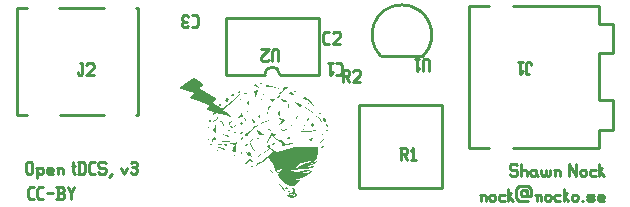
<source format=gbr>
G04 start of page 14 for group -4079 idx -4079 *
G04 Title: tdcs v3, topsilk *
G04 Creator: pcb 1.99z *
G04 CreationDate: Wed Aug  8 03:22:40 2012 UTC *
G04 For: nock *
G04 Format: Gerber/RS-274X *
G04 PCB-Dimensions (mil): 2000.00 750.00 *
G04 PCB-Coordinate-Origin: lower left *
%MOIN*%
%FSLAX25Y25*%
%LNTOPSILK*%
%ADD144C,0.0100*%
%ADD143C,0.0125*%
%ADD142C,0.0026*%
%ADD141C,0.0077*%
%ADD140C,0.0052*%
%ADD139C,0.0052*%
%ADD138C,0.0026*%
%ADD137C,0.0025*%
%ADD136C,0.0060*%
%ADD135C,0.0080*%
%ADD134C,0.0029*%
%ADD133C,0.0027*%
%ADD132C,0.0040*%
%ADD131C,0.0093*%
%ADD130C,0.0052*%
%ADD129C,0.0068*%
%ADD128C,0.0022*%
%ADD127C,0.0027*%
%ADD126C,0.0088*%
%ADD125C,0.0016*%
%ADD124C,0.0052*%
%ADD123C,0.0027*%
%ADD122C,0.0044*%
%ADD121C,0.0039*%
%ADD120C,0.0025*%
%ADD119C,0.0029*%
%ADD118C,0.0037*%
%ADD117C,0.0081*%
%ADD116C,0.0101*%
%ADD115C,0.0064*%
%ADD114C,0.0039*%
%ADD113C,0.0114*%
%ADD112C,0.0014*%
%ADD111C,0.0093*%
%ADD110C,0.0017*%
%ADD109C,0.0048*%
%ADD108C,0.0027*%
%ADD107C,0.0079*%
%ADD106C,0.0082*%
%ADD105C,0.0029*%
%ADD104C,0.0001*%
G54D104*G36*
X81611Y41808D02*X82609Y41792D01*
X82045Y41683D01*
X81611Y41797D01*
Y41808D01*
G37*
G36*
X81031Y40452D02*X79918Y40962D01*
X79370Y41081D01*
X80293Y41472D01*
X81134Y40864D01*
X81372Y40001D01*
X81031Y40452D01*
G37*
G36*
X77168Y39974D02*X77553Y40224D01*
X77792Y40126D01*
X77168Y39974D01*
G37*
G36*
X74412Y38878D02*X75041Y39117D01*
X74916Y38878D01*
X74287Y38634D01*
X74412Y38878D01*
G37*
G36*
X76354Y38558D02*X77358Y38547D01*
X76788Y38439D01*
X76354Y38553D01*
Y38558D01*
G37*
G36*
X71786Y37381D02*X72659Y38005D01*
X73413Y38287D01*
X72524Y37652D01*
X71786Y37381D01*
G37*
G36*
X75182Y36524D02*X75334Y36676D01*
X75318Y36198D01*
X75182Y36524D01*
G37*
G36*
X74933Y35276D02*X75084Y35428D01*
X75063Y34945D01*
X74933Y35276D01*
G37*
G36*
X77439Y34641D02*X77808Y35770D01*
X78020Y35900D01*
X77651Y34777D01*
X77439Y34641D01*
G37*
G36*
X82675Y38005D02*X82919Y38629D01*
X83163Y38759D01*
X82919Y38130D01*
X82675Y38005D01*
G37*
G36*
X80195Y37674D02*X80054Y38461D01*
X79479Y38705D01*
X78790Y38808D01*
X79522Y38846D01*
X80749Y39318D01*
X81128Y39616D01*
X80906Y39133D01*
X80401Y37631D01*
X80228Y36757D01*
X80195Y37679D01*
Y37674D01*
G37*
G36*
X82186Y36524D02*X82338Y36676D01*
X82322Y36198D01*
X82186Y36524D01*
G37*
G36*
X70413Y36253D02*X71384Y37131D01*
X70663Y36253D01*
X69686Y35379D01*
X70413Y36253D01*
G37*
G36*
X67907Y34196D02*X68721Y34880D01*
X69182Y35037D01*
X68417Y34397D01*
X67907Y34196D01*
G37*
G36*
X66024Y31115D02*X66301Y32108D01*
X65031Y32634D01*
X63773Y33144D01*
X64429Y33827D01*
X64928Y34147D01*
X64836Y34413D01*
X63783Y34842D01*
X61402Y35661D01*
X59264Y36399D01*
X58163Y36779D01*
X58884Y37625D01*
X59969Y38341D01*
X57311Y39198D01*
X54658Y40061D01*
X57132Y41851D01*
X58939Y43116D01*
X59828Y43642D01*
X60409Y43268D01*
X61494Y42361D01*
X62932Y41076D01*
X62123Y40587D01*
X61315Y40094D01*
X67402Y36535D01*
X65916Y35591D01*
X67223Y34576D01*
X68238Y33789D01*
X68834Y33323D01*
X69523Y33551D01*
X70831Y34435D01*
X72399Y35715D01*
X73869Y37115D01*
X74949Y38265D01*
X74119Y37197D01*
X72958Y36003D01*
X71346Y34614D01*
X69979Y33496D01*
X69420Y32932D01*
X69860Y32487D01*
X70918Y31652D01*
X71943Y30849D01*
X72328Y30469D01*
X71699Y30594D01*
X70288Y31001D01*
X68834Y31391D01*
X68113Y31478D01*
X67907Y31587D01*
X67299Y31939D01*
X66388Y31337D01*
X65856Y30474D01*
X66024Y31115D01*
G37*
G36*
X81996Y34137D02*X82099Y34950D01*
Y33323D01*
X81996Y34137D01*
G37*
G36*
X81687Y32032D02*X81839Y32178D01*
X81817Y31701D01*
X81687Y32032D01*
G37*
G36*
X77585Y32509D02*X78654Y33844D01*
X79251Y34636D01*
X79566Y35195D01*
X79810Y35818D01*
X80157Y36247D01*
X79408Y34598D01*
X77542Y32259D01*
X76365Y31006D01*
X77585Y32509D01*
G37*
G36*
X79598Y31163D02*X80049Y31337D01*
X79739Y31022D01*
X79598Y31163D01*
G37*
G36*
X81188Y30382D02*X81416Y31131D01*
X81638Y31250D01*
X81416Y30507D01*
X81188Y30382D01*
G37*
G36*
X74227Y30008D02*X74846Y30751D01*
X75285Y31196D01*
Y32504D01*
X75274Y33610D01*
X75540Y32070D01*
X76072Y30881D01*
X76316Y30675D01*
X75426Y30578D01*
X74417Y30100D01*
X74227Y30008D01*
G37*
G36*
X80960Y29379D02*X81085Y29693D01*
Y29069D01*
X80960Y29379D01*
G37*
G36*
X79457Y28765D02*X79186Y30079D01*
X79539Y29509D01*
X79799Y28256D01*
X79457Y28765D01*
G37*
G36*
X76522Y24355D02*X76837Y24697D01*
X77439Y25006D01*
X78394Y25868D01*
X79278Y26861D01*
X79669Y27550D01*
X80043Y27626D01*
X81079Y27968D01*
X82767Y28912D01*
X84655Y29362D01*
X84454Y29210D01*
X83423Y28879D01*
X81193Y27708D01*
X80282Y27067D01*
X79723Y26774D01*
X78931Y25977D01*
X78209Y25038D01*
X77889Y24317D01*
X77743Y24187D01*
X76924Y24257D01*
X76522Y24355D01*
G37*
G36*
X71683Y33030D02*X71835Y33182D01*
X71813Y32699D01*
X71683Y33030D01*
G37*
G36*
X72220Y26807D02*X71563Y27946D01*
X70999Y29053D01*
X71162Y28917D01*
X71748Y28679D01*
X72909Y29563D01*
X73473Y30203D01*
X73169Y29693D01*
X72090Y28505D01*
X71553Y28125D01*
X72122Y27567D01*
X72692Y27002D01*
X73348Y27751D01*
X73837Y28044D01*
X73663Y27485D01*
X72909Y27002D01*
X72220Y26807D01*
G37*
G36*
X69502Y27756D02*X68976Y28738D01*
X68156Y28776D01*
X67657Y28879D01*
X68758Y29124D01*
X69410Y28738D01*
X69806Y27588D01*
X70082Y26715D01*
X69502Y27756D01*
G37*
G36*
X64923Y28755D02*X65281Y29628D01*
X65639Y30008D01*
X65281Y29129D01*
X64923Y28755D01*
G37*
G36*
X65259Y21436D02*X64782Y22000D01*
X65346Y21523D01*
X65823Y20872D01*
X65259Y21436D01*
G37*
G36*
X66594Y29417D02*X67342Y30301D01*
X67657Y30871D01*
X67809Y31066D01*
X67695Y30279D01*
X66588Y29129D01*
X65530Y28304D01*
X66594Y29417D01*
G37*
G36*
X66968Y24789D02*X66659Y25396D01*
X66219Y25885D01*
X66192Y26129D01*
X66762Y27241D01*
X67169Y28256D01*
X67158Y27751D01*
X67169Y25109D01*
X67353Y24642D01*
X66968Y24789D01*
G37*
G36*
X66008Y21816D02*X65628Y22602D01*
X66046Y23514D01*
X66577Y24029D01*
X67017Y23264D01*
X67332Y22662D01*
X66946Y22966D01*
X66171Y23259D01*
X66209Y21924D01*
X66008Y21816D01*
G37*
G36*
X64424Y27274D02*X64576Y27425D01*
X64559Y26943D01*
X64424Y27274D01*
G37*
G36*
X64234Y25000D02*X64337Y25684D01*
Y24181D01*
X64234Y25000D01*
G37*
G36*
X64424Y23020D02*X64576Y23172D01*
X64559Y22689D01*
X64424Y23020D01*
G37*
G36*
X70283Y24148D02*X68910Y24903D01*
X68286Y25423D01*
X69187Y24897D01*
X70337Y24409D01*
X70733Y24935D01*
X70874Y24832D01*
X71346Y24045D01*
X71411Y23926D01*
X70283Y24148D01*
G37*
G36*
X69106Y22309D02*X71607D01*
X71704Y22244D01*
X70283Y22217D01*
X68905Y22250D01*
X69106Y22309D01*
G37*
G36*
X69024Y19857D02*X68227Y20172D01*
X67516Y20259D01*
X68031Y20378D01*
X69659Y20063D01*
X70538Y19624D01*
X69708D01*
X69024Y19857D01*
G37*
G36*
X70864Y19542D02*X71341Y19521D01*
X71015Y19390D01*
X70864Y19542D01*
G37*
G36*
X67294Y19103D02*X67418Y19499D01*
X67842Y19521D01*
X67684Y19369D01*
X67532Y19119D01*
X67565Y18870D01*
X67294Y19103D01*
G37*
G36*
X72947Y18664D02*X72350Y19195D01*
X72475Y19336D01*
X73164Y19727D01*
X72475Y20193D01*
X72572Y20334D01*
X73663Y21268D01*
X72008Y21371D01*
X70652Y21311D01*
X70690Y20937D01*
X70511D01*
X69366Y21365D01*
X68661Y21072D01*
X68357D01*
X67294Y21425D01*
X67858Y21501D01*
X70283Y21609D01*
X73202Y21789D01*
X73978Y22060D01*
X74162Y22374D01*
X74195Y21734D01*
X73695Y20644D01*
X73842Y19266D01*
X73918Y19060D01*
X73088Y18810D01*
X72947Y18664D01*
G37*
G36*
X71471Y18544D02*X72350D01*
X71911Y18430D01*
X71471Y18544D01*
G37*
G36*
X69350Y18284D02*X69974D01*
X69659Y18159D01*
X69350Y18284D01*
G37*
G36*
X73180Y17763D02*X73332Y17915D01*
X73316Y17437D01*
X73180Y17763D01*
G37*
G36*
X76745Y29319D02*X76462Y29981D01*
X76598Y30051D01*
X76972Y29406D01*
X77010Y28879D01*
X76745Y29319D01*
G37*
G36*
X73934Y29026D02*X74086Y29178D01*
X74065Y28700D01*
X73934Y29026D01*
G37*
G36*
X75372Y28375D02*X75470Y29379D01*
X75665Y28375D01*
X75567Y27377D01*
X75372Y28375D01*
G37*
G36*
X75703Y26628D02*X75828Y26937D01*
Y26313D01*
X75703Y26628D01*
G37*
G36*
X71287Y26129D02*X71862Y26628D01*
X71536Y26129D01*
X70956Y25624D01*
X71287Y26129D01*
G37*
G36*
X72849Y25304D02*X73978D01*
X73413Y25196D01*
X72849Y25304D01*
G37*
G36*
X81096Y25000D02*X80781Y25999D01*
X81248Y25711D01*
X82859Y24680D01*
X83798Y24442D01*
X82501Y24469D01*
X81427Y24588D01*
X81096Y25000D01*
G37*
G36*
X80721Y23476D02*X81128Y23742D01*
X81036Y23384D01*
X80645Y23123D01*
X80721Y23476D01*
G37*
G36*
X81231Y16786D02*X80955Y17329D01*
X81731Y18002D01*
X82306Y18257D01*
X82072Y18018D01*
X81318Y17519D01*
X81530Y17009D01*
X81796Y16662D01*
X81231Y16786D01*
G37*
G36*
X75025Y24816D02*X74971Y25044D01*
X75784Y25440D01*
X76164Y25537D01*
X75839Y24762D01*
X75025Y24816D01*
G37*
G36*
X75193Y22998D02*X75708Y23861D01*
X75985Y23959D01*
X75470Y23096D01*
X75193Y22998D01*
G37*
G36*
X76663Y21099D02*X77542Y21615D01*
X77444Y21393D01*
X76538Y20844D01*
X76663Y21099D01*
G37*
G36*
X79034Y20134D02*X78231Y21338D01*
X78312Y22336D01*
X79295Y23107D01*
X79246Y22825D01*
X78546Y22168D01*
X78953Y20752D01*
X79729Y19624D01*
X79918Y19369D01*
X79636Y19184D01*
X79034Y20134D01*
G37*
G36*
X75470Y18620D02*X75589Y19060D01*
Y18181D01*
X75470Y18620D01*
G37*
G36*
X78020Y17969D02*X77168Y18908D01*
X78275Y18056D01*
X79099Y17150D01*
X78020Y17969D01*
G37*
G36*
X79636Y16808D02*X79729Y16900D01*
X80168Y16461D01*
X79636Y16808D01*
G37*
G36*
X74021Y16434D02*X73289Y17242D01*
X74102Y16510D01*
X74824Y15810D01*
X74835Y15620D01*
X74021Y16434D01*
G37*
G36*
X77021Y14557D02*X76663Y14974D01*
X77271Y15359D01*
X78177Y16493D01*
X78459Y16694D01*
X79452Y15631D01*
X80027Y15121D01*
X79278Y15484D01*
X78508Y15826D01*
X77672Y15338D01*
X77200Y14844D01*
X77531Y14470D01*
X77775Y14128D01*
X77021Y14557D01*
G37*
G36*
X78481Y14041D02*X79354D01*
X78915Y13927D01*
X78481Y14041D01*
G37*
G36*
X88376Y40549D02*X88854Y40528D01*
X88528Y40397D01*
X88376Y40549D01*
G37*
G36*
X87324Y40039D02*X85273Y40609D01*
X83841Y40522D01*
X83619Y40951D01*
X83570Y41477D01*
X83890Y41298D01*
X85577Y40804D01*
X87704Y40143D01*
X88279Y39654D01*
X87324Y40039D01*
G37*
G36*
X93390Y39139D02*X92804Y39654D01*
X93487Y39236D01*
X94176Y38721D01*
X93390Y39139D01*
G37*
G36*
X91051Y38395D02*X91800Y38461D01*
X93406Y38227D01*
X92587Y38173D01*
X91051Y38395D01*
G37*
G36*
X89190Y35954D02*X88577Y36697D01*
X89190Y36361D01*
X91176Y35862D01*
X92549Y35704D01*
X91257Y35667D01*
X89885Y35417D01*
X89190Y35954D01*
G37*
G36*
X85751Y35379D02*X85452Y36225D01*
X85176Y36589D01*
X85572Y36377D01*
X86613Y36529D01*
X87774Y37457D01*
X88387Y38124D01*
X87736Y38450D01*
X87959Y38596D01*
X89299Y39291D01*
X89429Y40132D01*
X90172Y40316D01*
X91214D01*
X90503Y39958D01*
X89684Y39334D01*
X88865Y38401D01*
X88284Y37495D01*
X88203Y36947D01*
X87834Y36811D01*
X87096Y36703D01*
X86038Y35504D01*
X85751Y35379D01*
G37*
G36*
X91171Y33768D02*X91165Y34972D01*
X91306Y34864D01*
X91420Y33768D01*
X91583Y32959D01*
X91171Y33768D01*
G37*
G36*
X91724Y32010D02*X91849Y32314D01*
X91838Y31565D01*
X91724Y32010D01*
G37*
G36*
X84085Y31299D02*X84324Y33013D01*
X84579Y34006D01*
X84931Y34386D01*
X85257Y34240D01*
X84774Y33355D01*
X84237Y31728D01*
X84085Y31299D01*
G37*
G36*
X87823Y31500D02*X87780Y31983D01*
X88241Y32677D01*
X88382Y32194D01*
X88328Y30881D01*
X87823Y31500D01*
G37*
G36*
X85490Y29552D02*X86239Y29541D01*
X85794Y29427D01*
X85490Y29552D01*
G37*
G36*
X88181Y27783D02*X88675Y28700D01*
X89174Y29482D01*
X87861Y29644D01*
X86548Y29661D01*
X87422Y29964D01*
X88376Y30084D01*
X89359Y29731D01*
X90254Y29563D01*
X89592Y29216D01*
X88561Y28190D01*
X88181Y27783D01*
G37*
G36*
X94881Y38547D02*X95359Y38526D01*
X95033Y38395D01*
X94881Y38547D01*
G37*
G36*
X97632Y35048D02*X98115Y35032D01*
X97784Y34902D01*
X97632Y35048D01*
G37*
G36*
X99281Y34451D02*X98847Y35015D01*
X98207Y35932D01*
X96520Y36616D01*
X95994Y36849D01*
X96683Y37191D01*
X96873Y37251D01*
X97708Y36578D01*
X98316Y36046D01*
X99097Y35222D01*
X99732Y34462D01*
X99889Y34137D01*
X99281Y34451D01*
G37*
G36*
X98555Y32514D02*X97491Y33133D01*
X96677Y33632D01*
X96314Y34137D01*
X96856Y33871D01*
X97827Y33252D01*
X98788Y32585D01*
X99292Y32156D01*
X99330Y31934D01*
X98555Y32514D01*
G37*
G36*
X97431Y29568D02*X97865Y30171D01*
X97936Y30013D01*
X97502Y29411D01*
X97431Y29568D01*
G37*
G36*
X96449Y27773D02*X96601Y27925D01*
X96580Y27442D01*
X96449Y27773D01*
G37*
G36*
X101620Y31554D02*X101180Y31901D01*
X101935Y31760D01*
X102151Y31413D01*
X101620Y31554D01*
G37*
G36*
X100274Y29552D02*X100372Y30507D01*
X100334Y31109D01*
X100670Y30654D01*
X100491Y29704D01*
X100274Y29552D01*
G37*
G36*
X103101Y29520D02*X102705Y30556D01*
X103215Y29796D01*
X103622Y28733D01*
X103101Y29520D01*
G37*
G36*
X102211Y28738D02*X101620Y29834D01*
X101056Y30447D01*
X101636Y30149D01*
X102358Y28706D01*
X102211Y28738D01*
G37*
G36*
X94795Y34207D02*X93677Y35200D01*
X93189Y35634D01*
X94426Y35010D01*
X95663Y34364D01*
X95679Y34202D01*
X95169Y33860D01*
X94795Y34207D01*
G37*
G36*
X93688Y29758D02*X94203Y30860D01*
X94974Y31636D01*
X94876Y31321D01*
X94089Y30258D01*
X93688Y29758D01*
G37*
G36*
X93997Y12538D02*X94746Y12527D01*
X94301Y12414D01*
X93997Y12538D01*
G37*
G36*
X92299Y18870D02*Y18875D01*
X91426Y18588D01*
X92077Y19499D01*
X92923Y20004D01*
X93704Y20139D01*
X94068Y20150D01*
X94117Y19884D01*
X94605Y20150D01*
X95299Y20188D01*
X95511Y19884D01*
X94930Y19287D01*
X93872Y18642D01*
X94328Y19309D01*
X94692Y19716D01*
X93428Y18989D01*
X92755Y18691D01*
X92896Y18957D01*
X92983Y19363D01*
X92299Y18870D01*
G37*
G36*
X103953Y27295D02*X103790Y28044D01*
X103931Y28055D01*
X104099Y27306D01*
X103953Y27295D01*
G37*
G36*
X103844Y26254D02*X103942Y26628D01*
X104186Y26254D01*
X104088Y25874D01*
X103844Y26254D01*
G37*
G36*
X103106Y25971D02*X102385Y26449D01*
X102341Y26590D01*
X103150Y26275D01*
X103378Y25733D01*
X103106Y25971D01*
G37*
G36*
X102455Y24772D02*X102602Y24924D01*
X102586Y24442D01*
X102455Y24772D01*
G37*
G36*
X101620Y22092D02*X102255Y22705D01*
X102949Y23015D01*
X103432Y23318D01*
X102314Y22266D01*
X101191Y21344D01*
X101620Y22092D01*
G37*
G36*
X102059Y20552D02*X102933Y20964D01*
X102965Y20812D01*
X102092Y20400D01*
X102059Y20552D01*
G37*
G36*
X98929Y28001D02*X99905Y28879D01*
X99178Y28001D01*
X98207Y27127D01*
X98929Y28001D01*
G37*
G36*
X100703Y27274D02*X100855Y27425D01*
X100833Y26943D01*
X100703Y27274D01*
G37*
G36*
X94551Y25396D02*X92804Y25537D01*
X94366Y25613D01*
X96178Y25749D01*
X98164Y25847D01*
X100291Y26270D01*
X100681Y26400D01*
X99992Y25836D01*
X98093Y25624D01*
X96390Y25440D01*
X94551Y25391D01*
Y25396D01*
G37*
G36*
X93878Y23796D02*X94361Y23774D01*
X94030Y23644D01*
X93878Y23796D01*
G37*
G36*
X98327Y22564D02*X98164Y23009D01*
X99265Y23384D01*
X100057Y23953D01*
X99520Y23351D01*
X98891Y22331D01*
X98327Y22564D01*
G37*
G36*
X96200Y26519D02*X96352Y26671D01*
X96330Y26194D01*
X96200Y26519D01*
G37*
G36*
X99933Y17752D02*X99119Y17237D01*
X98305Y16841D01*
X98929Y17351D01*
X99933Y17752D01*
G37*
G36*
X100166Y16602D02*X99612Y16374D01*
X99667Y16835D01*
X100253Y17573D01*
X100562Y17345D01*
X100166Y16602D01*
G37*
G36*
X96178Y17795D02*X96563Y18240D01*
X97491Y18989D01*
X98316Y19553D01*
X98457Y19532D01*
X97111Y18327D01*
X96178Y17795D01*
G37*
G36*
X96851Y17719D02*X95478Y16862D01*
X94366Y16070D01*
X93661Y15587D01*
X93596Y15783D01*
X95391Y17915D01*
X97372Y19331D01*
X98603Y20031D01*
X99097Y20155D01*
X99412Y20221D01*
X98918Y19353D01*
X98093Y18577D01*
X96851Y17719D01*
G37*
G36*
X95565Y15495D02*X93878Y14372D01*
X92928Y13716D01*
X94133Y15403D01*
X96596Y17275D01*
X98001Y18246D01*
X99178Y19331D01*
X100155Y20188D01*
X99504Y19076D01*
X99092Y18528D01*
X99379Y18723D01*
X100052Y19081D01*
X99211Y18056D01*
X97068Y16510D01*
X95804Y15652D01*
X97003Y16173D01*
X98603Y16786D01*
X98945Y16510D01*
X97594Y15907D01*
X95565Y15495D01*
G37*
G36*
X93042Y14996D02*X92435Y13553D01*
X92174Y13846D01*
X92950Y16038D01*
X94827Y18354D01*
X95722Y19201D01*
X95804Y19347D01*
X95430Y19125D01*
X95782Y19564D01*
X96330Y20107D01*
X96276Y19830D01*
X96449Y19678D01*
X97616Y20112D01*
X97307Y19635D01*
X95744Y18447D01*
X94046Y17030D01*
X93042Y14996D01*
G37*
G36*
X96460Y14133D02*X95430Y13987D01*
X96232Y14513D01*
X97258Y14790D01*
X98055Y14931D01*
X98289Y14893D01*
X97491Y14502D01*
X96460Y14133D01*
G37*
G36*
X92294Y27876D02*X93189Y28890D01*
X93634Y29379D01*
X93482Y29004D01*
X92142Y27501D01*
X91366Y26812D01*
X92294Y27876D01*
G37*
G36*
X88854Y26069D02*X88561Y27002D01*
X88800Y26802D01*
X89380Y26243D01*
X90617Y26563D01*
X90780Y26297D01*
X90297Y26037D01*
X89472Y25901D01*
X88854Y26069D01*
G37*
G36*
X88941Y24018D02*X89093Y24170D01*
X89076Y23693D01*
X88941Y24018D01*
G37*
G36*
X90758Y23492D02*X91133Y23866D01*
X92386Y23590D01*
X93552Y23552D01*
X92299Y23394D01*
X90758Y23058D01*
Y23492D01*
G37*
G36*
X89055Y20969D02*X89190Y21723D01*
X87530Y22722D01*
X86027Y23986D01*
X85821Y24431D01*
X85382Y23666D01*
X84253Y22098D01*
X83949Y21908D01*
X84508Y22705D01*
X85420Y24664D01*
X85479Y25234D01*
X85816Y25017D01*
X86879Y24745D01*
X87546Y24865D01*
X86857Y24572D01*
X86228Y24197D01*
X86364Y23720D01*
X87313Y23058D01*
X88393Y22624D01*
X88751Y23064D01*
X88892Y22825D01*
X90167Y21474D01*
X92744Y21843D01*
X93520Y22071D01*
X92364Y21425D01*
X90574Y21121D01*
X89299Y20872D01*
X88859Y20622D01*
X89055Y20969D01*
G37*
G36*
X87612Y20535D02*X88236D01*
X87921Y20410D01*
X87612Y20535D01*
G37*
G36*
X93303Y19624D02*X93704Y19873D01*
X93802Y19624D01*
X93395Y19369D01*
X93303Y19624D01*
G37*
G36*
X84823Y26340D02*X84351Y27002D01*
X84931Y26443D01*
X85409Y25782D01*
X84823Y26340D01*
G37*
G36*
X85794Y21620D02*X86673Y21837D01*
X86548Y21620D01*
X85669Y21409D01*
X85794Y21620D01*
G37*
G36*
X85295Y12408D02*X84546Y13146D01*
X85355Y12696D01*
X86168Y11931D01*
X86071Y11692D01*
X85295Y12408D01*
G37*
G36*
X87232Y9554D02*X86570Y10563D01*
X86499Y10867D01*
X87270Y9864D01*
X87801Y8887D01*
X87232Y9554D01*
G37*
G36*
X89326Y10715D02*X89245Y9929D01*
X89017Y9560D01*
X88610Y9999D01*
X88176Y10851D01*
X88458Y11101D01*
X88914Y10553D01*
X89180Y10488D01*
X89326Y10715D01*
G37*
G36*
X88398Y17372D02*X88100Y16808D01*
X87959Y16537D01*
X87758Y17264D01*
X87899Y17508D01*
X88132Y17806D01*
X88279Y18392D01*
X88550Y17931D01*
X88398Y17372D01*
G37*
G36*
X87194Y16515D02*X87346Y16667D01*
X87324Y16184D01*
X87194Y16515D01*
G37*
G36*
X87595Y17193D02*X87449Y15674D01*
X87091Y15913D01*
X87167Y17329D01*
X87498Y18371D01*
X87595Y17193D01*
G37*
G36*
X87704Y14784D02*X87850Y14215D01*
X87579Y14502D01*
X87438Y15072D01*
X87704Y14784D01*
G37*
G36*
X87080Y14226D02*X87351Y13461D01*
X86521Y14405D01*
X85631Y16488D01*
X85648Y18045D01*
X85924Y17367D01*
X86320Y15620D01*
X86532Y15495D01*
X86234Y17177D01*
X86217Y18159D01*
X86526Y18522D01*
X87074Y18479D01*
X86944Y17443D01*
X86912Y15663D01*
X86906Y15001D01*
X87080Y14226D01*
G37*
G36*
X89239Y16152D02*X89011Y15414D01*
X88675Y15739D01*
X89049Y17280D01*
X89402Y18289D01*
X89055Y17980D01*
X88680Y17774D01*
X89049Y18371D01*
X89424Y18484D01*
X89923Y18745D01*
X90395Y18946D01*
X89776Y17682D01*
X89239Y16152D01*
G37*
G36*
X91930Y14068D02*X91686Y13520D01*
X91176Y13743D01*
X91312Y15723D01*
X91225Y16027D01*
X90780Y14985D01*
X90395Y14117D01*
X90183Y15001D01*
X90558Y16466D01*
X90812Y17318D01*
X90520Y17009D01*
X90145Y16911D01*
X89934Y17497D01*
X90151Y17399D01*
X90688Y17649D01*
X90590Y17904D01*
X90183Y17774D01*
X90926Y18870D01*
X91670Y19461D01*
X91301Y18870D01*
X90932Y18338D01*
X91236Y18268D01*
Y18105D01*
X90937Y17530D01*
X91626Y17947D01*
X92511Y18593D01*
X91832Y17616D01*
X90948Y16520D01*
X92006Y17492D01*
X92858Y18289D01*
X93390Y18620D01*
X93259Y18305D01*
X92549Y17530D01*
X91583Y16005D01*
X92060Y16309D01*
X92869Y17503D01*
X94051Y18430D01*
X94306Y18474D01*
X93856Y17850D01*
X92581Y15815D01*
X91930Y14068D01*
G37*
G36*
X91127Y7699D02*X89483Y8892D01*
X88073Y10477D01*
X87753Y11350D01*
X88149Y11898D01*
X88675Y12766D01*
X88962Y12967D01*
X89082Y13065D01*
X88539Y13195D01*
X88176Y12712D01*
X87416Y12679D01*
X87508Y12452D01*
X87687Y11752D01*
X87156Y12289D01*
X86049Y14660D01*
X85051Y16070D01*
X84611Y16808D01*
X84459Y17074D01*
X83602Y16244D01*
X82631Y15370D01*
X81416Y14741D01*
X80233Y14122D01*
X80510Y14405D01*
X80635Y14893D01*
X80873Y15115D01*
X82154Y15528D01*
X84047Y17112D01*
X85214Y18159D01*
X85919Y18669D01*
X85680Y19304D01*
X85067Y19814D01*
X84183Y19260D01*
X82908Y18495D01*
X82669Y18447D01*
X83667Y19217D01*
X84671Y20118D01*
X83667Y20655D01*
X82778Y21067D01*
X83629Y20926D01*
X84812Y21083D01*
X84937Y21056D01*
X85072Y20090D01*
X87541Y18886D01*
X91008Y19667D01*
X92104Y20128D01*
X93097Y20373D01*
X94507Y20470D01*
X96867Y20497D01*
X100931Y20519D01*
Y18566D01*
X100817Y16781D01*
X100117Y15869D01*
X99189Y15170D01*
X98994Y15414D01*
X98506Y15794D01*
X96846Y15425D01*
X95581Y15164D01*
X95419Y15370D01*
X94247Y14486D01*
X93504Y13461D01*
X94008Y13591D01*
X95017Y14095D01*
X97122Y15072D01*
X98853Y15620D01*
X98804Y15121D01*
X99086Y14643D01*
X100036Y15387D01*
X100676Y15826D01*
X99813Y14719D01*
X98099Y14177D01*
X97100Y13868D01*
X97768Y13726D01*
X99499Y14280D01*
X100215Y14649D01*
X99857Y13971D01*
X99200Y13374D01*
X96851Y13244D01*
X94800Y13135D01*
X93834Y12891D01*
X92608Y12820D01*
X91756Y12777D01*
X92283Y12446D01*
X94111Y12229D01*
X95766Y12338D01*
X97084Y12690D01*
X98370Y12951D01*
X98668Y13010D01*
X98045Y12462D01*
X95359Y11871D01*
X93303Y11692D01*
X95668Y11654D01*
X97790Y11719D01*
X98620Y12305D01*
X98967Y12489D01*
X98213Y11605D01*
X96987Y10721D01*
X95641Y10059D01*
X94529Y9826D01*
X93151Y9619D01*
X92885Y9430D01*
X93742Y9457D01*
X94930Y9337D01*
X93927Y8464D01*
X92928Y7590D01*
X92527Y7536D01*
X91963Y7428D01*
X91127Y7699D01*
G37*
G36*
X90020Y16683D02*X89917Y15365D01*
X89733Y14784D01*
X89809Y15620D01*
X89684Y16369D01*
X89429Y16417D01*
X89662Y16976D01*
X90020Y16683D01*
G37*
G36*
X90747Y13640D02*X90460Y13314D01*
X89679Y13363D01*
X89961Y13699D01*
X90747Y13640D01*
G37*
G36*
X92679Y11616D02*X91849Y11388D01*
X90503Y11969D01*
X90015Y12750D01*
X91073Y12533D01*
X92234Y12272D01*
X92326Y12153D01*
X92413Y11866D01*
X92679Y11616D01*
G37*
G36*
X93107Y10428D02*X92847Y10146D01*
X91550Y10515D01*
X90194Y10960D01*
X89787Y11442D01*
X89885Y11860D01*
X90650Y11394D01*
X91778Y11046D01*
X91925Y10894D01*
X92272Y10683D01*
X93107Y10428D01*
G37*
G36*
X90199Y9793D02*X90373Y8920D01*
X90107Y8947D01*
X89934Y9820D01*
X90199Y9793D01*
G37*
G36*
X94616Y11285D02*Y11290D01*
X94051Y11182D01*
X93617Y11296D01*
X94616Y11285D01*
G37*
G36*
X94675Y10612D02*X93428D01*
X94366Y10840D01*
X95039Y10786D01*
X94675Y10612D01*
G37*
G36*
X94361Y9012D02*X94030Y8882D01*
X93878Y9034D01*
X94361Y9012D01*
G37*
G36*
X93406Y8952D02*X92885Y8871D01*
X91925Y9115D01*
X92424Y9202D01*
X93406Y8952D01*
G37*
G36*
X92511Y8128D02*X92142Y7862D01*
X91035Y8225D01*
X90747Y8524D01*
X91398Y8491D01*
X92511Y8128D01*
G37*
G36*
X90427Y6863D02*X90281Y7363D01*
X90677Y6863D01*
X90818Y6359D01*
X90427Y6863D01*
G37*
G36*
X89174Y6923D02*X88219Y8214D01*
X88626Y7873D01*
X89684Y6570D01*
X90107Y5860D01*
X89174Y6923D01*
G37*
G36*
X92597Y5247D02*X92196Y6288D01*
X92706Y5523D01*
X93113Y4465D01*
X92597Y5247D01*
G37*
G36*
X93205Y6277D02*X93357Y5708D01*
X93080Y5995D01*
X92939Y6565D01*
X93205Y6277D01*
G37*
G36*
X91377Y3798D02*X90818Y4612D01*
X91149Y4357D01*
X91653Y4075D01*
X91285Y5144D01*
X90992Y6006D01*
X91675Y4861D01*
X92456Y3635D01*
X92283Y4547D01*
X91784Y5849D01*
X92402Y4861D01*
X92934Y4026D01*
X93167Y3934D01*
X93428Y4232D01*
X93449Y4655D01*
X92809Y6098D01*
X92440Y7010D01*
X92679Y6863D01*
X92934D01*
X93297Y6608D01*
X93525Y5545D01*
X93661Y5111D01*
X93910Y4612D01*
X93471Y3771D01*
X92375Y3380D01*
X91377Y3798D01*
G37*
G54D105*X82184Y41751D02*X81755Y41790D01*
G54D106*X93453Y39194D02*X93475Y39181D01*
G54D107*X91815Y38372D02*X92607Y38257D01*
G54D108*X82991Y38566D02*X82847Y38196D01*
G54D109*X101633Y31677D02*X101810Y31638D01*
G54D110*X97850Y30022D02*X97517Y29560D01*
G54D111*X103126Y29742D02*X103195Y29560D01*
G54D112*X103876Y27979D02*X104010Y27371D01*
G54D113*X99119Y28060D02*X98991Y27944D01*
G54D114*X103999Y26277D02*X104031Y26227D01*
G54D115*X79427Y29479D02*X79563Y28825D01*
G54D116*X75517Y28383D02*X75520Y28369D01*
G54D117*X84877Y26395D02*X84881Y26389D01*
G54D118*X80930Y23462D02*X80836Y23400D01*
G54D119*X75771Y23784D02*X75407Y23173D01*
G54D120*X86490Y21699D02*X85852Y21544D01*
G54D121*X87619Y14737D02*X87666Y14549D01*
G54D122*X90037Y13516D02*X90386Y13492D01*
G54D123*X90093Y9676D02*X90214Y9064D01*
G54D124*X90515Y6908D02*X90586Y6817D01*
G54D125*X102879Y20855D02*X102146Y20509D01*
G54D126*X99021Y17273D02*X99121Y17317D01*
G54D127*X93639Y19677D02*X93463Y19568D01*
G54D128*X93946Y11246D02*X94504Y11281D01*
G54D129*X94517Y10709D02*X94237Y10717D01*
G54D130*X92425Y9095D02*X92895Y8975D01*
G54D131*X92618Y5473D02*X92688Y5289D01*
G54D132*X93121Y6230D02*X93169Y6043D01*
G54D133*X74852Y38949D02*X74476Y38805D01*
G54D134*X76928Y38506D02*X76499Y38543D01*
G54D135*X72713Y37915D02*X72479Y37748D01*
G54D113*X70601Y36312D02*X70472Y36196D01*
G54D136*X71473Y26182D02*X71348Y26073D01*
G54D137*X77875Y35716D02*X77584Y34828D01*
G54D138*X81490Y31068D02*X81339Y30567D01*
G54D139*X68753Y34792D02*X68360Y34463D01*
G54D140*X65361Y29577D02*X65200Y29183D01*
G54D141*X65301Y21460D02*X65304Y21456D01*
G54D142*X77380Y21436D02*X76714Y21039D01*
G54D143*X78089Y18060D02*X78192Y17981D01*
G54D144*X3800Y15050D02*Y12050D01*
Y15050D02*X4300Y15550D01*
X5300D01*
X5800Y15050D01*
Y12050D01*
X5300Y11550D02*X5800Y12050D01*
X4300Y11550D02*X5300D01*
X3800Y12050D02*X4300Y11550D01*
X7500Y13050D02*Y10050D01*
X7000Y13550D02*X7500Y13050D01*
X8000Y13550D01*
X9000D01*
X9500Y13050D01*
Y12050D01*
X9000Y11550D02*X9500Y12050D01*
X8000Y11550D02*X9000D01*
X7500Y12050D02*X8000Y11550D01*
X11200D02*X12700D01*
X10700Y12050D02*X11200Y11550D01*
X10700Y13050D02*Y12050D01*
Y13050D02*X11200Y13550D01*
X12200D01*
X12700Y13050D01*
X10700Y12550D02*X12700D01*
Y13050D02*Y12550D01*
X14400Y13050D02*Y11550D01*
Y13050D02*X14900Y13550D01*
X15400D01*
X15900Y13050D01*
Y11550D01*
X13900Y13550D02*X14400Y13050D01*
X19400Y15550D02*Y12050D01*
X19900Y11550D01*
X18900Y14050D02*X19900D01*
X21400Y15550D02*Y11550D01*
X22700Y15550D02*X23400Y14850D01*
Y12250D01*
X22700Y11550D02*X23400Y12250D01*
X20900Y11550D02*X22700D01*
X20900Y15550D02*X22700D01*
X25300Y11550D02*X26600D01*
X24600Y12250D02*X25300Y11550D01*
X24600Y14850D02*Y12250D01*
Y14850D02*X25300Y15550D01*
X26600D01*
X29800D02*X30300Y15050D01*
X28300Y15550D02*X29800D01*
X27800Y15050D02*X28300Y15550D01*
X27800Y15050D02*Y14050D01*
X28300Y13550D01*
X29800D01*
X30300Y13050D01*
Y12050D01*
X29800Y11550D02*X30300Y12050D01*
X28300Y11550D02*X29800D01*
X27800Y12050D02*X28300Y11550D01*
X31500Y10550D02*X32500Y11550D01*
X35500Y13550D02*X36500Y11550D01*
X37500Y13550D02*X36500Y11550D01*
X38700Y15050D02*X39200Y15550D01*
X40200D01*
X40700Y15050D01*
X40200Y11550D02*X40700Y12050D01*
X39200Y11550D02*X40200D01*
X38700Y12050D02*X39200Y11550D01*
Y13750D02*X40200D01*
X40700Y15050D02*Y14250D01*
Y13250D02*Y12050D01*
Y13250D02*X40200Y13750D01*
X40700Y14250D02*X40200Y13750D01*
X4960Y3000D02*X6260D01*
X4260Y3700D02*X4960Y3000D01*
X4260Y6300D02*Y3700D01*
Y6300D02*X4960Y7000D01*
X6260D01*
X8160Y3000D02*X9460D01*
X7460Y3700D02*X8160Y3000D01*
X7460Y6300D02*Y3700D01*
Y6300D02*X8160Y7000D01*
X9460D01*
X10660Y5000D02*X12660D01*
X13860Y3000D02*X15860D01*
X16360Y3500D01*
Y4700D02*Y3500D01*
X15860Y5200D02*X16360Y4700D01*
X14360Y5200D02*X15860D01*
X14360Y7000D02*Y3000D01*
X13860Y7000D02*X15860D01*
X16360Y6500D01*
Y5700D01*
X15860Y5200D02*X16360Y5700D01*
X17560Y7000D02*X18560Y5000D01*
X19560Y7000D01*
X18560Y5000D02*Y3000D01*
X166900Y14920D02*X167400Y14420D01*
X165400Y14920D02*X166900D01*
X164900Y14420D02*X165400Y14920D01*
X164900Y14420D02*Y13420D01*
X165400Y12920D01*
X166900D01*
X167400Y12420D01*
Y11420D01*
X166900Y10920D02*X167400Y11420D01*
X165400Y10920D02*X166900D01*
X164900Y11420D02*X165400Y10920D01*
X168600Y14920D02*Y10920D01*
Y12420D02*X169100Y12920D01*
X170100D01*
X170600Y12420D01*
Y10920D01*
X173300Y12920D02*X173800Y12420D01*
X172300Y12920D02*X173300D01*
X171800Y12420D02*X172300Y12920D01*
X171800Y12420D02*Y11420D01*
X172300Y10920D01*
X173800Y12920D02*Y11420D01*
X174300Y10920D01*
X172300D02*X173300D01*
X173800Y11420D01*
X175500Y12920D02*Y11420D01*
X176000Y10920D01*
X176500D01*
X177000Y11420D01*
Y12920D02*Y11420D01*
X177500Y10920D01*
X178000D01*
X178500Y11420D01*
Y12920D02*Y11420D01*
X180200Y12420D02*Y10920D01*
Y12420D02*X180700Y12920D01*
X181200D01*
X181700Y12420D01*
Y10920D01*
X179700Y12920D02*X180200Y12420D01*
X184700Y14920D02*Y10920D01*
Y14920D02*X187200Y10920D01*
Y14920D02*Y10920D01*
X188400Y12420D02*Y11420D01*
Y12420D02*X188900Y12920D01*
X189900D01*
X190400Y12420D01*
Y11420D01*
X189900Y10920D02*X190400Y11420D01*
X188900Y10920D02*X189900D01*
X188400Y11420D02*X188900Y10920D01*
X192100Y12920D02*X193600D01*
X191600Y12420D02*X192100Y12920D01*
X191600Y12420D02*Y11420D01*
X192100Y10920D01*
X193600D01*
X194800Y14920D02*Y10920D01*
Y12420D02*X196300Y10920D01*
X194800Y12420D02*X195800Y13420D01*
X155420Y4120D02*Y2620D01*
Y4120D02*X155920Y4620D01*
X156420D01*
X156920Y4120D01*
Y2620D01*
X154920Y4620D02*X155420Y4120D01*
X158120D02*Y3120D01*
Y4120D02*X158620Y4620D01*
X159620D01*
X160120Y4120D01*
Y3120D01*
X159620Y2620D02*X160120Y3120D01*
X158620Y2620D02*X159620D01*
X158120Y3120D02*X158620Y2620D01*
X161820Y4620D02*X163320D01*
X161320Y4120D02*X161820Y4620D01*
X161320Y4120D02*Y3120D01*
X161820Y2620D01*
X163320D01*
X164520Y6620D02*Y2620D01*
Y4120D02*X166020Y2620D01*
X164520Y4120D02*X165520Y5120D01*
X167220Y6620D02*Y3620D01*
X168220Y2620D01*
X171220D01*
X172220Y6620D02*Y4120D01*
Y6620D02*X171220Y7620D01*
X168220D02*X171220D01*
X168220D02*X167220Y6620D01*
X168720Y5620D02*Y4620D01*
X169220Y4120D01*
X170220D01*
X170720Y4620D01*
X171220Y4120D01*
X170720Y6120D02*Y4620D01*
Y5620D02*X170220Y6120D01*
X169220D02*X170220D01*
X169220D02*X168720Y5620D01*
X171220Y4120D02*X172220D01*
X173920D02*Y2620D01*
Y4120D02*X174420Y4620D01*
X174920D01*
X175420Y4120D01*
Y2620D01*
X173420Y4620D02*X173920Y4120D01*
X176620D02*Y3120D01*
Y4120D02*X177120Y4620D01*
X178120D01*
X178620Y4120D01*
Y3120D01*
X178120Y2620D02*X178620Y3120D01*
X177120Y2620D02*X178120D01*
X176620Y3120D02*X177120Y2620D01*
X180320Y4620D02*X181820D01*
X179820Y4120D02*X180320Y4620D01*
X179820Y4120D02*Y3120D01*
X180320Y2620D01*
X181820D01*
X183020Y6620D02*Y2620D01*
Y4120D02*X184520Y2620D01*
X183020Y4120D02*X184020Y5120D01*
X185720Y4120D02*Y3120D01*
Y4120D02*X186220Y4620D01*
X187220D01*
X187720Y4120D01*
Y3120D01*
X187220Y2620D02*X187720Y3120D01*
X186220Y2620D02*X187220D01*
X185720Y3120D02*X186220Y2620D01*
X188920D02*X189420D01*
X191120D02*X192620D01*
X193120Y3120D01*
X192620Y3620D02*X193120Y3120D01*
X191120Y3620D02*X192620D01*
X190620Y4120D02*X191120Y3620D01*
X190620Y4120D02*X191120Y4620D01*
X192620D01*
X193120Y4120D01*
X190620Y3120D02*X191120Y2620D01*
X194820D02*X196320D01*
X194320Y3120D02*X194820Y2620D01*
X194320Y4120D02*Y3120D01*
Y4120D02*X194820Y4620D01*
X195820D01*
X196320Y4120D01*
X194320Y3620D02*X196320D01*
Y4120D02*Y3620D01*
X122030Y50860D02*X136030D01*
X136101Y50789D02*G75*G03X121959Y50789I-7071J7071D01*G01*
X101280Y63610D02*Y44610D01*
X70280Y63610D02*X101280D01*
X70280D02*Y44610D01*
X88280D02*X101280D01*
X70280D02*X83280D01*
X88280D02*G75*G03X83280Y44610I-2500J0D01*G01*
X558Y31250D02*Y66683D01*
X4101D01*
X14731D02*X29691D01*
X558Y31250D02*X4101D01*
X15124D02*X29691D01*
X41109Y66683D02*X40321D01*
X41109Y31250D02*X40321D01*
X41109D02*Y66683D01*
X114870Y34520D02*X142429D01*
Y6961D01*
X114870D01*
Y34520D02*Y6961D01*
X194780Y36001D02*X199504D01*
X194780Y51749D02*Y36001D01*
Y51749D02*X199504D01*
Y36001D02*Y26158D01*
X194780D02*X199504D01*
Y61591D02*Y51749D01*
X195173Y61591D02*X199504D01*
X194780Y26158D02*Y20253D01*
Y67497D02*Y61591D01*
X151473Y67497D02*Y20253D01*
Y67497D02*X158165D01*
X151473Y20253D02*X158165D01*
X166039D02*X194780D01*
X166039Y67497D02*X194780D01*
X138030Y49360D02*Y45860D01*
Y49360D02*X137530Y49860D01*
X136530D02*X137530D01*
X136530D02*X136030Y49360D01*
Y45860D01*
X134830Y46660D02*X134030Y45860D01*
Y49860D02*Y45860D01*
X133330Y49860D02*X134830D01*
X108998Y46010D02*X110998D01*
X111498Y45510D01*
Y44510D01*
X110998Y44010D02*X111498Y44510D01*
X109498Y44010D02*X110998D01*
X109498Y46010D02*Y42010D01*
X110298Y44010D02*X111498Y42010D01*
X112698Y45510D02*X113198Y46010D01*
X114698D01*
X115198Y45510D01*
Y44510D01*
X112698Y42010D02*X115198Y44510D01*
X112698Y42010D02*X115198D01*
X103521Y54892D02*X104821D01*
X102821Y55592D02*X103521Y54892D01*
X102821Y58192D02*Y55592D01*
Y58192D02*X103521Y58892D01*
X104821D01*
X106021Y58392D02*X106521Y58892D01*
X108021D01*
X108521Y58392D01*
Y57392D01*
X106021Y54892D02*X108521Y57392D01*
X106021Y54892D02*X108521D01*
X107121Y48592D02*X108421D01*
X109121Y47892D02*X108421Y48592D01*
X109121Y47892D02*Y45292D01*
X108421Y44592D01*
X107121D02*X108421D01*
X105921Y45392D02*X105121Y44592D01*
Y48592D02*Y44592D01*
X104421Y48592D02*X105921D01*
X87780Y52610D02*Y49110D01*
Y52610D02*X87280Y53110D01*
X86280D02*X87280D01*
X86280D02*X85780Y52610D01*
Y49110D01*
X84580Y49610D02*X84080Y49110D01*
X82580D02*X84080D01*
X82580D02*X82080Y49610D01*
Y50610D02*Y49610D01*
X84580Y53110D02*X82080Y50610D01*
Y53110D02*X84580D01*
X58980Y64410D02*X60280D01*
X60980Y63710D02*X60280Y64410D01*
X60980Y63710D02*Y61110D01*
X60280Y60410D01*
X58980D02*X60280D01*
X57780Y60910D02*X57280Y60410D01*
X56280D02*X57280D01*
X56280D02*X55780Y60910D01*
X56280Y64410D02*X55780Y63910D01*
X56280Y64410D02*X57280D01*
X57780Y63910D02*X57280Y64410D01*
X56280Y62210D02*X57280D01*
X55780Y61710D02*Y60910D01*
Y63910D02*Y62710D01*
X56280Y62210D01*
X55780Y61710D02*X56280Y62210D01*
X21730Y48360D02*X22530D01*
Y44860D01*
X22030Y44360D02*X22530Y44860D01*
X21530Y44360D02*X22030D01*
X21030Y44860D02*X21530Y44360D01*
X21030Y45360D02*Y44860D01*
X23730Y47860D02*X24230Y48360D01*
X25730D01*
X26230Y47860D01*
Y46860D01*
X23730Y44360D02*X26230Y46860D01*
X23730Y44360D02*X26230D01*
X128370Y20020D02*X130370D01*
X130870Y19520D01*
Y18520D01*
X130370Y18020D02*X130870Y18520D01*
X128870Y18020D02*X130370D01*
X128870Y20020D02*Y16020D01*
X129670Y18020D02*X130870Y16020D01*
X132070Y19220D02*X132870Y20020D01*
Y16020D01*
X132070D02*X133570D01*
X170445Y44875D02*X171245D01*
X170445Y48375D02*Y44875D01*
X170945Y48875D02*X170445Y48375D01*
X170945Y48875D02*X171445D01*
X171945Y48375D02*X171445Y48875D01*
X171945Y48375D02*Y47875D01*
X169245Y45675D02*X168445Y44875D01*
Y48875D02*Y44875D01*
X167745Y48875D02*X169245D01*
M02*

</source>
